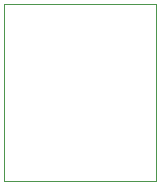
<source format=gm1>
%TF.GenerationSoftware,KiCad,Pcbnew,8.0.0*%
%TF.CreationDate,2024-03-24T15:42:20+01:00*%
%TF.ProjectId,BAT_SWD-Adapterboard,4241545f-5357-4442-9d41-646170746572,rev?*%
%TF.SameCoordinates,Original*%
%TF.FileFunction,Profile,NP*%
%FSLAX46Y46*%
G04 Gerber Fmt 4.6, Leading zero omitted, Abs format (unit mm)*
G04 Created by KiCad (PCBNEW 8.0.0) date 2024-03-24 15:42:20*
%MOMM*%
%LPD*%
G01*
G04 APERTURE LIST*
%TA.AperFunction,Profile*%
%ADD10C,0.050000*%
%TD*%
G04 APERTURE END LIST*
D10*
X168300000Y-69700000D02*
X181200000Y-69700000D01*
X181200000Y-84700000D01*
X168300000Y-84700000D01*
X168300000Y-69700000D01*
M02*

</source>
